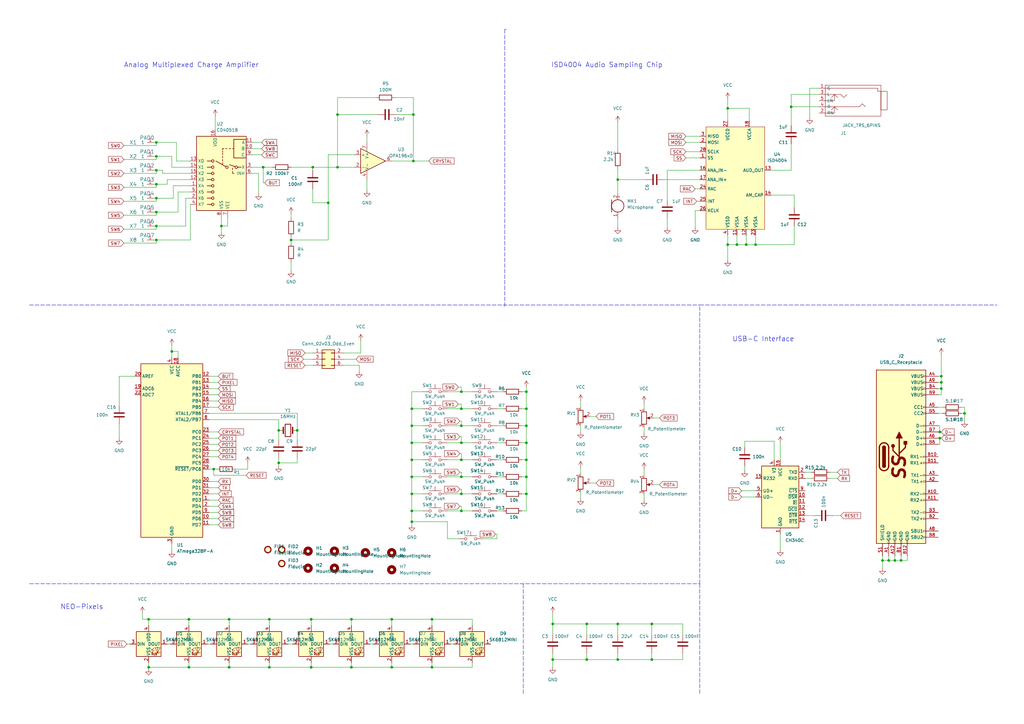
<source format=kicad_sch>
(kicad_sch (version 20211123) (generator eeschema)
  (paper "A3")
  (junction (at 240.665 255.905))
  (junction (at 138.43 46.99))
  (junction (at 361.95 229.87))
  (junction (at 168.91 181.61))
  (junction (at 189.23 174.625))
  (junction (at 64.135 75.565))
  (junction (at 168.91 202.565))
  (junction (at 168.91 209.55))
  (junction (at 64.135 92.71))
  (junction (at 189.23 167.64))
  (junction (at 385.445 179.705))
  (junction (at 119.38 98.425))
  (junction (at 64.135 98.425))
  (junction (at 64.135 58.42))
  (junction (at 226.695 270.51))
  (junction (at 215.9 160.655))
  (junction (at 177.165 273.685))
  (junction (at 121.92 176.53))
  (junction (at 93.98 254))
  (junction (at 215.9 167.64))
  (junction (at 189.23 202.565))
  (junction (at 386.08 159.385))
  (junction (at 177.165 254))
  (junction (at 144.145 254))
  (junction (at 144.145 273.685))
  (junction (at 215.9 202.565))
  (junction (at 215.9 195.58))
  (junction (at 240.665 270.51))
  (junction (at 93.98 273.685))
  (junction (at 87.63 192.405))
  (junction (at 306.07 100.33))
  (junction (at 367.03 229.87))
  (junction (at 189.23 181.61))
  (junction (at 364.49 229.87))
  (junction (at 369.57 229.87))
  (junction (at 64.135 86.995))
  (junction (at 226.695 255.905))
  (junction (at 395.605 169.545))
  (junction (at 267.335 255.905))
  (junction (at 189.23 188.595))
  (junction (at 189.23 195.58))
  (junction (at 128.27 68.58))
  (junction (at 253.365 270.51))
  (junction (at 253.365 73.66))
  (junction (at 64.135 81.28))
  (junction (at 168.91 213.995))
  (junction (at 215.9 181.61))
  (junction (at 77.47 273.685))
  (junction (at 168.91 167.64))
  (junction (at 215.9 174.625))
  (junction (at 309.88 100.33))
  (junction (at 386.08 154.305))
  (junction (at 134.62 83.185))
  (junction (at 385.445 177.165))
  (junction (at 302.26 100.33))
  (junction (at 60.96 254))
  (junction (at 189.23 160.655))
  (junction (at 90.805 92.71))
  (junction (at 60.96 273.685))
  (junction (at 189.23 209.55))
  (junction (at 160.655 254))
  (junction (at 215.9 188.595))
  (junction (at 169.545 66.04))
  (junction (at 127.635 273.685))
  (junction (at 107.95 68.58))
  (junction (at 386.08 156.845))
  (junction (at 169.545 46.99))
  (junction (at 298.45 44.45))
  (junction (at 114.3 189.865))
  (junction (at 110.49 273.685))
  (junction (at 168.91 195.58))
  (junction (at 110.49 254))
  (junction (at 70.485 144.145))
  (junction (at 64.135 69.85))
  (junction (at 267.335 270.51))
  (junction (at 64.135 64.135))
  (junction (at 324.485 43.815))
  (junction (at 298.45 100.33))
  (junction (at 168.91 174.625))
  (junction (at 127.635 254))
  (junction (at 168.91 188.595))
  (junction (at 160.655 273.685))
  (junction (at 253.365 255.905))
  (junction (at 114.3 176.53))
  (junction (at 77.47 254))
  (junction (at 138.43 68.58))
  (wire (pts (xy 85.725 192.405) (xy 87.63 192.405)))
  (wire (pts (xy 169.545 40.005) (xy 169.545 46.99)))
  (wire (pts (xy 386.08 156.845) (xy 386.08 159.385)))
  (wire (pts (xy 85.725 161.925) (xy 89.535 161.925)))
  (wire (pts (xy 384.81 179.705) (xy 385.445 179.705)))
  (wire (pts (xy 215.9 174.625) (xy 213.995 174.625)))
  (wire (pts (xy 341.63 211.455) (xy 344.805 211.455)))
  (wire (pts (xy 177.165 273.685) (xy 160.655 273.685)))
  (wire (pts (xy 215.9 167.64) (xy 213.995 167.64)))
  (wire (pts (xy 161.925 40.005) (xy 169.545 40.005)))
  (wire (pts (xy 144.145 254) (xy 144.145 256.54)))
  (wire (pts (xy 107.95 68.58) (xy 111.76 68.58)))
  (wire (pts (xy 306.07 96.52) (xy 306.07 100.33)))
  (wire (pts (xy 168.275 264.16) (xy 169.545 264.16)))
  (wire (pts (xy 168.91 181.61) (xy 168.91 174.625)))
  (wire (pts (xy 85.725 187.325) (xy 89.535 187.325)))
  (wire (pts (xy 64.135 98.425) (xy 62.865 98.425)))
  (polyline (pts (xy 287.02 125.095) (xy 408.94 125.095)))
  (wire (pts (xy 187.96 158.75) (xy 189.23 158.75)))
  (wire (pts (xy 215.9 195.58) (xy 215.9 202.565)))
  (wire (pts (xy 93.98 254) (xy 110.49 254)))
  (wire (pts (xy 64.135 75.565) (xy 68.58 75.565)))
  (wire (pts (xy 119.38 107.315) (xy 119.38 111.125)))
  (wire (pts (xy 85.09 264.16) (xy 86.36 264.16)))
  (wire (pts (xy 85.725 215.265) (xy 89.535 215.265)))
  (wire (pts (xy 183.515 195.58) (xy 189.23 195.58)))
  (wire (pts (xy 241.935 170.815) (xy 244.475 170.815)))
  (wire (pts (xy 324.485 38.735) (xy 324.485 43.815)))
  (wire (pts (xy 70.485 141.605) (xy 70.485 144.145)))
  (wire (pts (xy 85.725 202.565) (xy 89.535 202.565)))
  (wire (pts (xy 50.8 71.12) (xy 64.135 71.12)))
  (wire (pts (xy 48.895 166.37) (xy 48.895 154.305)))
  (wire (pts (xy 90.805 88.9) (xy 90.805 92.71)))
  (wire (pts (xy 85.725 207.645) (xy 89.535 207.645)))
  (wire (pts (xy 305.435 180.975) (xy 305.435 183.515)))
  (wire (pts (xy 267.335 260.35) (xy 267.335 255.905)))
  (wire (pts (xy 50.8 76.835) (xy 64.135 76.835)))
  (wire (pts (xy 395.605 172.72) (xy 395.605 169.545)))
  (wire (pts (xy 150.495 55.88) (xy 150.495 58.42)))
  (wire (pts (xy 168.91 195.58) (xy 173.355 195.58)))
  (wire (pts (xy 64.135 93.98) (xy 64.135 92.71)))
  (wire (pts (xy 226.695 267.97) (xy 226.695 270.51)))
  (wire (pts (xy 253.365 255.905) (xy 240.665 255.905)))
  (wire (pts (xy 395.605 167.005) (xy 394.335 167.005)))
  (polyline (pts (xy 207.01 12.065) (xy 207.645 12.065)))
  (wire (pts (xy 203.835 219.075) (xy 203.835 220.98)))
  (wire (pts (xy 320.04 181.61) (xy 320.04 188.595)))
  (wire (pts (xy 203.835 181.61) (xy 206.375 181.61)))
  (wire (pts (xy 316.23 69.85) (xy 324.485 69.85)))
  (wire (pts (xy 103.505 63.5) (xy 107.315 63.5)))
  (wire (pts (xy 384.81 159.385) (xy 386.08 159.385)))
  (wire (pts (xy 93.98 273.685) (xy 77.47 273.685)))
  (wire (pts (xy 189.23 195.58) (xy 193.675 195.58)))
  (wire (pts (xy 78.105 81.28) (xy 76.2 81.28)))
  (wire (pts (xy 119.38 68.58) (xy 128.27 68.58)))
  (wire (pts (xy 183.515 167.64) (xy 189.23 167.64)))
  (wire (pts (xy 118.11 264.16) (xy 120.015 264.16)))
  (wire (pts (xy 134.62 63.5) (xy 134.62 83.185)))
  (wire (pts (xy 90.805 92.71) (xy 93.345 92.71)))
  (wire (pts (xy 305.435 191.135) (xy 305.435 193.04)))
  (wire (pts (xy 189.23 186.055) (xy 189.23 188.595)))
  (wire (pts (xy 280.035 260.35) (xy 280.035 255.905)))
  (wire (pts (xy 238.125 174.625) (xy 238.125 177.165)))
  (wire (pts (xy 253.365 69.215) (xy 253.365 73.66)))
  (wire (pts (xy 241.935 198.12) (xy 244.475 198.12)))
  (wire (pts (xy 302.26 100.33) (xy 306.07 100.33)))
  (wire (pts (xy 385.445 174.625) (xy 385.445 177.165)))
  (wire (pts (xy 50.8 65.405) (xy 64.135 65.405)))
  (wire (pts (xy 340.36 193.675) (xy 343.535 193.675)))
  (wire (pts (xy 183.515 188.595) (xy 189.23 188.595)))
  (wire (pts (xy 189.23 167.64) (xy 193.675 167.64)))
  (wire (pts (xy 253.365 89.535) (xy 253.365 93.345)))
  (wire (pts (xy 203.835 167.64) (xy 206.375 167.64)))
  (wire (pts (xy 385.445 177.165) (xy 386.08 177.165)))
  (wire (pts (xy 215.9 167.64) (xy 215.9 174.625)))
  (wire (pts (xy 253.365 73.66) (xy 264.795 73.66)))
  (wire (pts (xy 119.38 97.155) (xy 119.38 98.425)))
  (wire (pts (xy 125.095 144.78) (xy 128.27 144.78)))
  (wire (pts (xy 160.655 66.04) (xy 169.545 66.04)))
  (wire (pts (xy 273.685 69.85) (xy 287.02 69.85)))
  (wire (pts (xy 168.91 215.265) (xy 168.91 213.995)))
  (wire (pts (xy 90.805 92.71) (xy 90.805 95.25)))
  (wire (pts (xy 87.63 192.405) (xy 88.9 192.405)))
  (wire (pts (xy 87.63 194.945) (xy 87.63 192.405)))
  (wire (pts (xy 215.9 181.61) (xy 213.995 181.61)))
  (wire (pts (xy 273.685 89.535) (xy 273.685 93.345)))
  (wire (pts (xy 62.865 69.85) (xy 64.135 69.85)))
  (wire (pts (xy 325.755 100.33) (xy 309.88 100.33)))
  (wire (pts (xy 298.45 96.52) (xy 298.45 100.33)))
  (wire (pts (xy 85.725 182.245) (xy 89.535 182.245)))
  (wire (pts (xy 187.96 165.735) (xy 189.23 165.735)))
  (wire (pts (xy 281.305 64.77) (xy 287.02 64.77)))
  (wire (pts (xy 147.32 149.86) (xy 140.97 149.86)))
  (wire (pts (xy 253.365 50.165) (xy 253.365 61.595)))
  (wire (pts (xy 168.91 209.55) (xy 168.91 202.565)))
  (wire (pts (xy 70.485 144.145) (xy 73.025 144.145)))
  (wire (pts (xy 189.23 179.07) (xy 189.23 181.61)))
  (wire (pts (xy 184.785 264.16) (xy 186.055 264.16)))
  (wire (pts (xy 93.98 271.78) (xy 93.98 273.685)))
  (wire (pts (xy 238.125 164.465) (xy 238.125 167.005)))
  (wire (pts (xy 168.91 181.61) (xy 173.355 181.61)))
  (wire (pts (xy 203.2 219.075) (xy 203.835 219.075)))
  (wire (pts (xy 114.3 189.865) (xy 121.92 189.865)))
  (wire (pts (xy 121.92 189.865) (xy 121.92 187.96)))
  (wire (pts (xy 64.135 99.695) (xy 64.135 98.425)))
  (wire (pts (xy 188.595 179.07) (xy 189.23 179.07)))
  (wire (pts (xy 140.97 147.32) (xy 146.05 147.32)))
  (wire (pts (xy 78.105 66.04) (xy 72.39 66.04)))
  (wire (pts (xy 85.725 164.465) (xy 89.535 164.465)))
  (wire (pts (xy 226.695 255.905) (xy 226.695 260.35)))
  (wire (pts (xy 285.75 82.55) (xy 287.02 82.55)))
  (wire (pts (xy 188.595 207.645) (xy 189.23 207.645)))
  (wire (pts (xy 183.515 220.98) (xy 183.515 213.995)))
  (wire (pts (xy 188.595 193.675) (xy 189.23 193.675)))
  (wire (pts (xy 189.23 200.66) (xy 189.23 202.565)))
  (wire (pts (xy 128.27 83.185) (xy 134.62 83.185)))
  (wire (pts (xy 68.58 264.16) (xy 69.85 264.16)))
  (wire (pts (xy 127.635 271.78) (xy 127.635 273.685)))
  (wire (pts (xy 107.95 74.93) (xy 107.95 68.58)))
  (wire (pts (xy 189.23 172.72) (xy 189.23 174.625)))
  (wire (pts (xy 135.255 264.16) (xy 136.525 264.16)))
  (wire (pts (xy 60.96 254) (xy 77.47 254)))
  (wire (pts (xy 168.91 167.64) (xy 168.91 160.655)))
  (wire (pts (xy 85.725 205.105) (xy 89.535 205.105)))
  (wire (pts (xy 147.32 152.4) (xy 147.32 149.86)))
  (wire (pts (xy 127.635 273.685) (xy 110.49 273.685)))
  (wire (pts (xy 215.9 188.595) (xy 215.9 195.58)))
  (wire (pts (xy 168.91 209.55) (xy 173.355 209.55)))
  (wire (pts (xy 215.9 202.565) (xy 215.9 209.55)))
  (wire (pts (xy 364.49 227.965) (xy 364.49 229.87)))
  (wire (pts (xy 50.8 93.98) (xy 64.135 93.98)))
  (wire (pts (xy 285.115 77.47) (xy 287.02 77.47)))
  (wire (pts (xy 62.865 81.28) (xy 64.135 81.28)))
  (wire (pts (xy 384.81 182.245) (xy 385.445 182.245)))
  (wire (pts (xy 85.725 179.705) (xy 89.535 179.705)))
  (wire (pts (xy 320.04 219.075) (xy 320.04 225.425)))
  (wire (pts (xy 88.265 47.625) (xy 88.265 53.34)))
  (wire (pts (xy 64.135 64.135) (xy 70.485 64.135)))
  (wire (pts (xy 272.415 73.66) (xy 287.02 73.66)))
  (wire (pts (xy 85.725 159.385) (xy 89.535 159.385)))
  (wire (pts (xy 280.035 255.905) (xy 267.335 255.905)))
  (wire (pts (xy 330.2 193.675) (xy 332.74 193.675)))
  (wire (pts (xy 215.9 181.61) (xy 215.9 188.595)))
  (wire (pts (xy 183.515 213.995) (xy 168.91 213.995)))
  (wire (pts (xy 189.23 174.625) (xy 193.675 174.625)))
  (wire (pts (xy 189.23 209.55) (xy 193.675 209.55)))
  (wire (pts (xy 114.3 172.085) (xy 114.3 176.53)))
  (wire (pts (xy 70.485 144.145) (xy 70.485 146.685)))
  (wire (pts (xy 188.595 172.72) (xy 189.23 172.72)))
  (wire (pts (xy 64.135 82.55) (xy 64.135 81.28)))
  (wire (pts (xy 281.305 62.23) (xy 287.02 62.23)))
  (wire (pts (xy 150.495 73.66) (xy 150.495 78.105)))
  (wire (pts (xy 110.49 254) (xy 127.635 254)))
  (wire (pts (xy 72.39 58.42) (xy 64.135 58.42)))
  (wire (pts (xy 226.695 270.51) (xy 240.665 270.51)))
  (wire (pts (xy 147.955 139.7) (xy 147.955 144.78)))
  (wire (pts (xy 215.9 160.655) (xy 213.995 160.655)))
  (wire (pts (xy 267.335 255.905) (xy 253.365 255.905)))
  (wire (pts (xy 168.91 174.625) (xy 173.355 174.625)))
  (wire (pts (xy 367.03 229.87) (xy 369.57 229.87)))
  (wire (pts (xy 168.91 213.995) (xy 168.91 209.55)))
  (wire (pts (xy 64.135 59.69) (xy 64.135 58.42)))
  (wire (pts (xy 168.91 188.595) (xy 168.91 181.61)))
  (wire (pts (xy 73.025 86.995) (xy 73.025 78.74)))
  (wire (pts (xy 240.665 270.51) (xy 253.365 270.51)))
  (wire (pts (xy 324.485 43.815) (xy 335.915 43.815)))
  (wire (pts (xy 280.035 270.51) (xy 280.035 267.97)))
  (wire (pts (xy 62.865 64.135) (xy 64.135 64.135)))
  (wire (pts (xy 203.835 174.625) (xy 206.375 174.625)))
  (wire (pts (xy 72.39 66.04) (xy 72.39 58.42)))
  (wire (pts (xy 73.025 144.145) (xy 73.025 146.685)))
  (wire (pts (xy 369.57 229.87) (xy 372.11 229.87)))
  (wire (pts (xy 124.46 147.32) (xy 128.27 147.32)))
  (wire (pts (xy 100.965 194.945) (xy 87.63 194.945)))
  (wire (pts (xy 144.145 273.685) (xy 127.635 273.685)))
  (wire (pts (xy 134.62 83.185) (xy 134.62 98.425)))
  (wire (pts (xy 128.27 68.58) (xy 128.27 69.85)))
  (wire (pts (xy 325.755 80.01) (xy 325.755 85.09)))
  (wire (pts (xy 298.45 100.33) (xy 298.45 106.68)))
  (wire (pts (xy 127.635 254) (xy 144.145 254)))
  (wire (pts (xy 138.43 40.005) (xy 154.305 40.005)))
  (wire (pts (xy 317.5 188.595) (xy 317.5 180.975)))
  (wire (pts (xy 189.23 188.595) (xy 193.675 188.595)))
  (wire (pts (xy 76.2 92.71) (xy 64.135 92.71)))
  (wire (pts (xy 48.895 173.99) (xy 48.895 179.705)))
  (wire (pts (xy 64.135 69.85) (xy 66.675 69.85)))
  (wire (pts (xy 188.595 186.055) (xy 189.23 186.055)))
  (wire (pts (xy 215.9 202.565) (xy 213.995 202.565)))
  (wire (pts (xy 96.52 192.405) (xy 101.6 192.405)))
  (wire (pts (xy 64.135 86.995) (xy 73.025 86.995)))
  (wire (pts (xy 189.23 202.565) (xy 193.675 202.565)))
  (wire (pts (xy 85.725 156.845) (xy 89.535 156.845)))
  (wire (pts (xy 304.165 203.835) (xy 309.88 203.835)))
  (wire (pts (xy 369.57 227.965) (xy 369.57 229.87)))
  (wire (pts (xy 68.58 73.66) (xy 78.105 73.66)))
  (wire (pts (xy 240.665 260.35) (xy 240.665 255.905)))
  (wire (pts (xy 240.665 270.51) (xy 240.665 267.97)))
  (wire (pts (xy 85.725 212.725) (xy 89.535 212.725)))
  (wire (pts (xy 364.49 229.87) (xy 367.03 229.87)))
  (wire (pts (xy 304.165 201.295) (xy 309.88 201.295)))
  (wire (pts (xy 281.305 55.88) (xy 287.02 55.88)))
  (wire (pts (xy 85.725 200.025) (xy 89.535 200.025)))
  (wire (pts (xy 264.16 175.26) (xy 264.16 177.8)))
  (wire (pts (xy 189.23 207.645) (xy 189.23 209.55)))
  (wire (pts (xy 114.3 187.96) (xy 114.3 189.865)))
  (wire (pts (xy 385.445 179.705) (xy 385.445 182.245)))
  (wire (pts (xy 384.81 156.845) (xy 386.08 156.845)))
  (wire (pts (xy 309.88 100.33) (xy 309.88 96.52)))
  (wire (pts (xy 177.165 254) (xy 177.165 256.54)))
  (wire (pts (xy 203.835 202.565) (xy 206.375 202.565)))
  (wire (pts (xy 138.43 46.99) (xy 138.43 68.58)))
  (wire (pts (xy 168.91 160.655) (xy 173.355 160.655)))
  (wire (pts (xy 66.675 69.85) (xy 66.675 71.12)))
  (wire (pts (xy 147.955 144.78) (xy 140.97 144.78)))
  (wire (pts (xy 78.105 83.82) (xy 78.105 98.425)))
  (wire (pts (xy 183.515 220.98) (xy 187.96 220.98)))
  (wire (pts (xy 189.23 160.655) (xy 193.675 160.655)))
  (wire (pts (xy 306.07 100.33) (xy 309.88 100.33)))
  (wire (pts (xy 103.505 68.58) (xy 107.95 68.58)))
  (wire (pts (xy 119.38 98.425) (xy 119.38 99.695)))
  (wire (pts (xy 162.56 46.99) (xy 169.545 46.99)))
  (wire (pts (xy 253.365 270.51) (xy 253.365 267.97)))
  (wire (pts (xy 168.91 167.64) (xy 173.355 167.64)))
  (wire (pts (xy 215.9 158.75) (xy 215.9 160.655)))
  (wire (pts (xy 226.695 251.46) (xy 226.695 255.905)))
  (polyline (pts (xy 287.02 239.395) (xy 287.02 284.48)))
  (wire (pts (xy 101.6 192.405) (xy 101.6 189.865)))
  (wire (pts (xy 264.16 192.405) (xy 264.16 194.945)))
  (wire (pts (xy 85.725 197.485) (xy 89.535 197.485)))
  (wire (pts (xy 52.07 264.16) (xy 53.34 264.16)))
  (wire (pts (xy 330.2 211.455) (xy 334.01 211.455)))
  (polyline (pts (xy 12.065 239.395) (xy 287.02 239.395)))
  (wire (pts (xy 384.81 169.545) (xy 386.715 169.545)))
  (wire (pts (xy 302.26 100.33) (xy 302.26 96.52)))
  (wire (pts (xy 386.08 159.385) (xy 386.08 161.925)))
  (wire (pts (xy 58.42 251.46) (xy 58.42 254)))
  (wire (pts (xy 273.685 81.915) (xy 273.685 69.85)))
  (wire (pts (xy 121.92 176.53) (xy 121.92 180.34)))
  (polyline (pts (xy 287.02 239.395) (xy 287.02 125.095)))
  (wire (pts (xy 386.08 145.415) (xy 386.08 154.305)))
  (wire (pts (xy 125.095 149.86) (xy 128.27 149.86)))
  (wire (pts (xy 110.49 273.685) (xy 93.98 273.685)))
  (wire (pts (xy 50.8 82.55) (xy 64.135 82.55)))
  (wire (pts (xy 168.91 195.58) (xy 168.91 188.595)))
  (polyline (pts (xy 207.01 125.73) (xy 207.01 12.065)))
  (wire (pts (xy 394.335 169.545) (xy 395.605 169.545)))
  (wire (pts (xy 188.595 200.66) (xy 189.23 200.66)))
  (wire (pts (xy 298.45 44.45) (xy 298.45 49.53)))
  (wire (pts (xy 58.42 254) (xy 60.96 254)))
  (wire (pts (xy 298.45 44.45) (xy 307.34 44.45)))
  (wire (pts (xy 138.43 68.58) (xy 145.415 68.58)))
  (wire (pts (xy 70.485 68.58) (xy 78.105 68.58)))
  (wire (pts (xy 160.655 273.685) (xy 144.145 273.685)))
  (wire (pts (xy 169.545 46.99) (xy 169.545 66.04)))
  (wire (pts (xy 64.135 65.405) (xy 64.135 64.135)))
  (wire (pts (xy 361.95 233.045) (xy 361.95 229.87)))
  (wire (pts (xy 253.365 270.51) (xy 267.335 270.51)))
  (wire (pts (xy 189.23 181.61) (xy 193.675 181.61)))
  (wire (pts (xy 281.305 58.42) (xy 287.02 58.42)))
  (wire (pts (xy 62.865 75.565) (xy 64.135 75.565)))
  (wire (pts (xy 177.165 271.78) (xy 177.165 273.685)))
  (wire (pts (xy 238.125 201.93) (xy 238.125 204.47)))
  (wire (pts (xy 193.675 271.78) (xy 193.675 273.685)))
  (wire (pts (xy 384.81 154.305) (xy 386.08 154.305)))
  (wire (pts (xy 50.8 59.69) (xy 64.135 59.69)))
  (wire (pts (xy 384.81 167.005) (xy 386.715 167.005)))
  (wire (pts (xy 68.58 75.565) (xy 68.58 73.66)))
  (wire (pts (xy 203.835 188.595) (xy 206.375 188.595)))
  (wire (pts (xy 103.505 60.96) (xy 107.315 60.96)))
  (wire (pts (xy 160.655 254) (xy 177.165 254)))
  (wire (pts (xy 169.545 66.04) (xy 175.895 66.04)))
  (wire (pts (xy 215.9 160.655) (xy 215.9 167.64)))
  (wire (pts (xy 64.135 58.42) (xy 62.865 58.42)))
  (wire (pts (xy 85.725 172.085) (xy 114.3 172.085)))
  (wire (pts (xy 128.27 68.58) (xy 138.43 68.58)))
  (wire (pts (xy 60.96 271.78) (xy 60.96 273.685)))
  (wire (pts (xy 238.125 191.77) (xy 238.125 194.31)))
  (wire (pts (xy 85.725 169.545) (xy 121.92 169.545)))
  (wire (pts (xy 121.92 169.545) (xy 121.92 176.53)))
  (wire (pts (xy 285.115 86.36) (xy 287.02 86.36)))
  (wire (pts (xy 193.675 273.685) (xy 177.165 273.685)))
  (wire (pts (xy 168.91 202.565) (xy 173.355 202.565)))
  (wire (pts (xy 77.47 254) (xy 77.47 256.54)))
  (wire (pts (xy 108.585 74.93) (xy 107.95 74.93)))
  (wire (pts (xy 66.675 71.12) (xy 78.105 71.12)))
  (wire (pts (xy 240.665 255.905) (xy 226.695 255.905)))
  (wire (pts (xy 193.675 254) (xy 193.675 256.54)))
  (wire (pts (xy 114.3 176.53) (xy 114.3 180.34)))
  (wire (pts (xy 168.91 174.625) (xy 168.91 167.64)))
  (wire (pts (xy 151.765 264.16) (xy 153.035 264.16)))
  (wire (pts (xy 70.485 64.135) (xy 70.485 68.58)))
  (wire (pts (xy 325.755 92.71) (xy 325.755 100.33)))
  (wire (pts (xy 103.505 71.12) (xy 106.045 71.12)))
  (wire (pts (xy 215.9 188.595) (xy 213.995 188.595)))
  (wire (pts (xy 103.505 58.42) (xy 107.315 58.42)))
  (wire (pts (xy 183.515 174.625) (xy 189.23 174.625)))
  (wire (pts (xy 70.485 222.885) (xy 70.485 226.06)))
  (wire (pts (xy 119.38 87.63) (xy 119.38 89.535)))
  (wire (pts (xy 160.655 254) (xy 160.655 256.54)))
  (wire (pts (xy 330.2 196.215) (xy 332.74 196.215)))
  (wire (pts (xy 317.5 180.975) (xy 305.435 180.975)))
  (wire (pts (xy 183.515 160.655) (xy 189.23 160.655)))
  (wire (pts (xy 160.655 271.78) (xy 160.655 273.685)))
  (wire (pts (xy 76.2 81.28) (xy 76.2 92.71)))
  (wire (pts (xy 60.96 254) (xy 60.96 256.54)))
  (wire (pts (xy 395.605 169.545) (xy 395.605 167.005)))
  (wire (pts (xy 71.12 76.2) (xy 78.105 76.2)))
  (wire (pts (xy 367.03 227.965) (xy 367.03 229.87)))
  (wire (pts (xy 138.43 46.99) (xy 138.43 40.005)))
  (wire (pts (xy 183.515 209.55) (xy 189.23 209.55)))
  (wire (pts (xy 145.415 63.5) (xy 134.62 63.5)))
  (wire (pts (xy 267.335 270.51) (xy 267.335 267.97)))
  (wire (pts (xy 215.9 209.55) (xy 213.995 209.55)))
  (wire (pts (xy 340.36 196.215) (xy 343.535 196.215)))
  (wire (pts (xy 85.725 177.165) (xy 89.535 177.165)))
  (wire (pts (xy 215.9 174.625) (xy 215.9 181.61)))
  (wire (pts (xy 144.145 271.78) (xy 144.145 273.685)))
  (wire (pts (xy 298.45 100.33) (xy 302.26 100.33)))
  (wire (pts (xy 267.335 270.51) (xy 280.035 270.51)))
  (wire (pts (xy 203.835 209.55) (xy 206.375 209.55)))
  (wire (pts (xy 50.8 99.695) (xy 64.135 99.695)))
  (wire (pts (xy 189.23 193.675) (xy 189.23 195.58)))
  (wire (pts (xy 93.98 254) (xy 93.98 256.54)))
  (wire (pts (xy 93.345 88.9) (xy 93.345 92.71)))
  (wire (pts (xy 332.105 48.26) (xy 332.105 36.195)))
  (wire (pts (xy 189.23 165.735) (xy 189.23 167.64)))
  (wire (pts (xy 138.43 46.99) (xy 154.94 46.99)))
  (wire (pts (xy 361.95 227.965) (xy 361.95 229.87)))
  (polyline (pts (xy 214.63 239.395) (xy 214.63 284.48)))
  (wire (pts (xy 324.485 59.055) (xy 324.485 69.85)))
  (wire (pts (xy 85.725 167.005) (xy 89.535 167.005)))
  (wire (pts (xy 127.635 254) (xy 127.635 256.54)))
  (wire (pts (xy 64.135 71.12) (xy 64.135 69.85)))
  (wire (pts (xy 85.725 184.785) (xy 89.535 184.785)))
  (wire (pts (xy 316.23 80.01) (xy 325.755 80.01)))
  (wire (pts (xy 177.165 254) (xy 193.675 254)))
  (wire (pts (xy 372.11 229.87) (xy 372.11 227.965)))
  (wire (pts (xy 73.025 78.74) (xy 78.105 78.74)))
  (wire (pts (xy 198.12 220.98) (xy 203.835 220.98)))
  (wire (pts (xy 183.515 202.565) (xy 189.23 202.565)))
  (wire (pts (xy 203.835 160.655) (xy 206.375 160.655)))
  (wire (pts (xy 71.12 81.28) (xy 71.12 76.2)))
  (wire (pts (xy 168.91 202.565) (xy 168.91 195.58)))
  (wire (pts (xy 144.145 254) (xy 160.655 254)))
  (wire (pts (xy 119.38 98.425) (xy 134.62 98.425)))
  (wire (pts (xy 101.6 264.16) (xy 102.87 264.16)))
  (wire (pts (xy 335.915 38.735) (xy 324.485 38.735)))
  (wire (pts (xy 285.115 93.345) (xy 285.115 86.36)))
  (wire (pts (xy 64.135 92.71) (xy 62.865 92.71)))
  (wire (pts (xy 78.105 98.425) (xy 64.135 98.425)))
  (wire (pts (xy 361.95 229.87) (xy 364.49 229.87)))
  (polyline (pts (xy 12.065 125.095) (xy 287.02 125.095)))
  (wire (pts (xy 64.135 88.265) (xy 64.135 86.995)))
  (wire (pts (xy 384.81 177.165) (xy 385.445 177.165)))
  (wire (pts (xy 48.895 154.305) (xy 55.245 154.305)))
  (wire (pts (xy 385.445 179.705) (xy 386.08 179.705)))
  (wire (pts (xy 307.34 44.45) (xy 307.34 49.53)))
  (wire (pts (xy 50.8 88.265) (xy 64.135 88.265)))
  (wire (pts (xy 264.16 165.1) (xy 264.16 167.64)))
  (wire (pts (xy 85.725 210.185) (xy 89.535 210.185)))
  (wire (pts (xy 267.97 171.45) (xy 270.51 171.45)))
  (wire (pts (xy 62.865 86.995) (xy 64.135 86.995)))
  (wire (pts (xy 189.23 158.75) (xy 189.23 160.655)))
  (wire (pts (xy 253.365 260.35) (xy 253.365 255.905)))
  (wire (pts (xy 77.47 254) (xy 93.98 254)))
  (wire (pts (xy 183.515 181.61) (xy 189.23 181.61)))
  (wire (pts (xy 64.135 76.835) (xy 64.135 75.565)))
  (wire (pts (xy 114.3 189.865) (xy 114.3 191.135)))
  (wire (pts (xy 226.695 270.51) (xy 226.695 273.685)))
  (wire (pts (xy 332.105 36.195) (xy 335.915 36.195)))
  (wire (pts (xy 106.045 71.12) (xy 106.045 79.375)))
  (wire (pts (xy 168.91 188.595) (xy 173.355 188.595)))
  (wire (pts (xy 384.81 174.625) (xy 385.445 174.625)))
  (wire (pts (xy 267.97 198.755) (xy 270.51 198.755)))
  (wire (pts (xy 386.08 154.305) (xy 386.08 156.845)))
  (wire (pts (xy 264.16 202.565) (xy 264.16 205.105)))
  (wire (pts (xy 77.47 271.78) (xy 77.47 273.685)))
  (wire (pts (xy 215.9 195.58) (xy 213.995 195.58)))
  (wire (pts (xy 77.47 273.685) (xy 60.96 273.685)))
  (wire (pts (xy 60.96 273.685) (xy 60.96 274.32)))
  (wire (pts (xy 298.45 40.64) (xy 298.45 44.45)))
  (wire (pts (xy 85.725 154.305) (xy 89.535 154.305)))
  (wire (pts (xy 110.49 254) (xy 110.49 256.54)))
  (wire (pts (xy 253.365 73.66) (xy 253.365 79.375)))
  (wire (pts (xy 203.835 195.58) (xy 206.375 195.58)))
  (wire (pts (xy 64.135 81.28) (xy 71.12 81.28)))
  (wire (pts (xy 324.485 43.815) (xy 324.485 51.435)))
  (wire (pts (xy 386.08 161.925) (xy 384.81 161.925)))
  (wire (pts (xy 128.27 77.47) (xy 128.27 83.185)))
  (wire (pts (xy 110.49 271.78) (xy 110.49 273.685)))
  (text "Analog Multiplexed Charge Amplifier" (at 50.8 27.94 0) (effects (font (size 2 2)) (justify left bottom)))
  (text "NEO-Pixels" (at 24.765 250.19 0) (effects (font (size 2 2)) (justify left bottom)))
  (text "ISD4004 Audio Sampling Chip\n" (at 226.06 27.94 0) (effects (font (size 2 2)) (justify left bottom)))
  (text "USB-C Interface" (at 300.355 140.335 0) (effects (font (size 2 2)) (justify left bottom)))
  (global_label "SWA" (shape input) (at 107.315 58.42 0) (property "Intersheet References" "${INTERSHEET_REFS}" (effects hide)))
  (global_label "MOSI" (shape input) (at 281.305 58.42 180) (property "Intersheet References" "${INTERSHEET_REFS}" (effects hide)))
  (global_label "RESET" (shape input) (at 125.095 149.86 180) (property "Intersheet References" "${INTERSHEET_REFS}" (effects hide)))
  (global_label "SW0" (shape input) (at 187.96 158.75 180) (property "Intersheet References" "${INTERSHEET_REFS}" (effects hide)))
  (global_label "MISO" (shape input) (at 125.095 144.78 180) (property "Intersheet References" "${INTERSHEET_REFS}" (effects hide)))
  (global_label "SW2" (shape input) (at 188.595 172.72 180) (property "Intersheet References" "${INTERSHEET_REFS}" (effects hide)))
  (global_label "INT" (shape input) (at 89.535 202.565 0) (property "Intersheet References" "${INTERSHEET_REFS}" (effects hide)))
  (global_label "SW1" (shape input) (at 187.96 165.735 180) (property "Intersheet References" "${INTERSHEET_REFS}" (effects hide)))
  (global_label "SW8" (shape input) (at 89.535 215.265 0) (property "Intersheet References" "${INTERSHEET_REFS}" (effects hide)))
  (global_label "SW0" (shape input) (at 50.8 59.69 180) (property "Intersheet References" "${INTERSHEET_REFS}" (effects hide)))
  (global_label "SCK" (shape input) (at 124.46 147.32 180) (property "Intersheet References" "${INTERSHEET_REFS}" (effects hide)))
  (global_label "MISO" (shape input) (at 89.535 164.465 0) (property "Intersheet References" "${INTERSHEET_REFS}" (effects hide)))
  (global_label "SWC" (shape input) (at 107.315 63.5 0) (property "Intersheet References" "${INTERSHEET_REFS}" (effects hide)))
  (global_label "SW3" (shape input) (at 50.8 76.835 180) (property "Intersheet References" "${INTERSHEET_REFS}" (effects hide)))
  (global_label "RESET" (shape input) (at 344.805 211.455 0) (property "Intersheet References" "${INTERSHEET_REFS}" (effects hide)))
  (global_label "SS" (shape input) (at 281.305 64.77 180) (property "Intersheet References" "${INTERSHEET_REFS}" (effects hide)))
  (global_label "POT3" (shape input) (at 89.535 184.785 0) (property "Intersheet References" "${INTERSHEET_REFS}" (effects hide)))
  (global_label "PIXEL" (shape input) (at 52.07 264.16 180) (property "Intersheet References" "${INTERSHEET_REFS}" (effects hide)))
  (global_label "POT2" (shape input) (at 89.535 182.245 0) (property "Intersheet References" "${INTERSHEET_REFS}" (effects hide)))
  (global_label "SWB" (shape input) (at 89.535 210.185 0) (property "Intersheet References" "${INTERSHEET_REFS}" (effects hide)))
  (global_label "MISO" (shape input) (at 281.305 55.88 180) (property "Intersheet References" "${INTERSHEET_REFS}" (effects hide)))
  (global_label "RX" (shape input) (at 89.535 197.485 0) (property "Intersheet References" "${INTERSHEET_REFS}" (effects hide)))
  (global_label "BUT" (shape input) (at 108.585 74.93 0) (property "Intersheet References" "${INTERSHEET_REFS}" (effects hide)))
  (global_label "SS" (shape input) (at 89.535 159.385 0) (property "Intersheet References" "${INTERSHEET_REFS}" (effects hide)))
  (global_label "SCK" (shape input) (at 89.535 167.005 0) (property "Intersheet References" "${INTERSHEET_REFS}" (effects hide)))
  (global_label "SW6" (shape input) (at 188.595 200.66 180) (property "Intersheet References" "${INTERSHEET_REFS}" (effects hide)))
  (global_label "POT1" (shape input) (at 244.475 170.815 0) (property "Intersheet References" "${INTERSHEET_REFS}" (effects hide)))
  (global_label "MOSI" (shape input) (at 89.535 161.925 0) (property "Intersheet References" "${INTERSHEET_REFS}" (effects hide)))
  (global_label "CRYSTAL" (shape input) (at 89.535 177.165 0) (property "Intersheet References" "${INTERSHEET_REFS}" (effects hide)))
  (global_label "INT" (shape input) (at 285.75 82.55 180) (property "Intersheet References" "${INTERSHEET_REFS}" (effects hide)))
  (global_label "SCK" (shape input) (at 281.305 62.23 180) (property "Intersheet References" "${INTERSHEET_REFS}" (effects hide)))
  (global_label "SW8" (shape input) (at 203.2 219.075 180) (property "Intersheet References" "${INTERSHEET_REFS}" (effects hide)))
  (global_label "TX" (shape input) (at 343.535 193.675 0) (property "Intersheet References" "${INTERSHEET_REFS}" (effects hide)))
  (global_label "POT3" (shape input) (at 270.51 171.45 0) (property "Intersheet References" "${INTERSHEET_REFS}" (effects hide)))
  (global_label "BUT" (shape input) (at 89.535 154.305 0) (property "Intersheet References" "${INTERSHEET_REFS}" (effects hide)))
  (global_label "SWB" (shape input) (at 107.315 60.96 0) (property "Intersheet References" "${INTERSHEET_REFS}" (effects hide)))
  (global_label "D+" (shape input) (at 304.165 201.295 180) (property "Intersheet References" "${INTERSHEET_REFS}" (effects hide)))
  (global_label "SW3" (shape input) (at 188.595 179.07 180) (property "Intersheet References" "${INTERSHEET_REFS}" (effects hide)))
  (global_label "D-" (shape input) (at 386.08 177.165 0) (property "Intersheet References" "${INTERSHEET_REFS}" (effects hide)))
  (global_label "SW4" (shape input) (at 188.595 186.055 180) (property "Intersheet References" "${INTERSHEET_REFS}" (effects hide)))
  (global_label "RX" (shape input) (at 343.535 196.215 0) (property "Intersheet References" "${INTERSHEET_REFS}" (effects hide)))
  (global_label "SW4" (shape input) (at 50.8 82.55 180) (property "Intersheet References" "${INTERSHEET_REFS}" (effects hide)))
  (global_label "SW2" (shape input) (at 50.8 71.12 180) (property "Intersheet References" "${INTERSHEET_REFS}" (effects hide)))
  (global_label "SWC" (shape input) (at 89.535 212.725 0) (property "Intersheet References" "${INTERSHEET_REFS}" (effects hide)))
  (global_label "SW5" (shape input) (at 188.595 193.675 180) (property "Intersheet References" "${INTERSHEET_REFS}" (effects hide)))
  (global_label "MOSI" (shape input) (at 146.05 147.32 0) (property "Intersheet References" "${INTERSHEET_REFS}" (effects hide)))
  (global_label "POT4" (shape input) (at 89.535 187.325 0) (property "Intersheet References" "${INTERSHEET_REFS}" (effects hide)))
  (global_label "POT2" (shape input) (at 244.475 198.12 0) (property "Intersheet References" "${INTERSHEET_REFS}" (effects hide)))
  (global_label "RAC" (shape input) (at 89.535 205.105 0) (property "Intersheet References" "${INTERSHEET_REFS}" (effects hide)))
  (global_label "PIXEL" (shape input) (at 89.535 156.845 0) (property "Intersheet References" "${INTERSHEET_REFS}" (effects hide)))
  (global_label "SW7" (shape input) (at 188.595 207.645 180) (property "Intersheet References" "${INTERSHEET_REFS}" (effects hide)))
  (global_label "RAC" (shape input) (at 285.115 77.47 180) (property "Intersheet References" "${INTERSHEET_REFS}" (effects hide)))
  (global_label "SW1" (shape input) (at 50.8 65.405 180) (property "Intersheet References" "${INTERSHEET_REFS}" (effects hide)))
  (global_label "D-" (shape input) (at 304.165 203.835 180) (property "Intersheet References" "${INTERSHEET_REFS}" (effects hide)))
  (global_label "POT4" (shape input) (at 270.51 198.755 0) (property "Intersheet References" "${INTERSHEET_REFS}" (effects hide)))
  (global_label "POT1" (shape input) (at 89.535 179.705 0) (property "Intersheet References" "${INTERSHEET_REFS}" (effects hide)))
  (global_label "SWA" (shape input) (at 89.535 207.645 0) (property "Intersheet References" "${INTERSHEET_REFS}" (effects hide)))
  (global_label "CRYSTAL" (shape input) (at 175.895 66.04 0) (property "Intersheet References" "${INTERSHEET_REFS}" (effects hide)))
  (global_label "SW5" (shape input) (at 50.8 88.265 180) (property "Intersheet References" "${INTERSHEET_REFS}" (effects hide)))
  (global_label "SW6" (shape input) (at 50.8 93.98 180) (property "Intersheet References" "${INTERSHEET_REFS}" (effects hide)))
  (global_label "D+" (shape input) (at 386.08 179.705 0) (property "Intersheet References" "${INTERSHEET_REFS}" (effects hide)))
  (global_label "RESET" (shape input) (at 100.965 194.945 0) (property "Intersheet References" "${INTERSHEET_REFS}" (effects hide)))
  (global_label "TX" (shape input) (at 89.535 200.025 0) (property "Intersheet References" "${INTERSHEET_REFS}" (effects hide)))
  (global_label "SW7" (shape input) (at 50.8 99.695 180) (property "Intersheet References" "${INTERSHEET_REFS}" (effects hide)))
  (symbol (lib_id "power:GND") (at 253.365 93.345 0) (unit 1)
    (property "Reference" "#PWR0104" (effects hide))
    (property "Value" "GND" (at 253.365 98.425 0))
  )
  (symbol (lib_id "Device:R") (at 158.115 40.005 90) (unit 1)
    (property "Reference" "R5" (at 158.115 34.29 90))
    (property "Value" "100M" (at 158.115 36.83 90))
    (property "Footprint" "Resistor_SMD:R_0805_2012Metric" (effects hide))
  )
  (symbol (lib_id "Device:C") (at 128.27 73.66 180) (unit 1)
    (property "Reference" "C1" (at 119.38 73.025 0) (effects (justify right)))
    (property "Value" "100nF" (at 118.11 75.565 0) (effects (justify right)))
    (property "Footprint" "Capacitor_SMD:C_0805_2012Metric" (effects hide))
  )
  (symbol (lib_id "Switch:SW_Push") (at 198.755 188.595 0) (unit 1)
    (property "Reference" "SW13" (at 195.58 186.055 0))
    (property "Value" "SW_Push" (at 198.755 190.5 0))
    (property "Footprint" "Button_Switch_SMD:SW_SPST_TL3342" (effects hide))
  )
  (symbol (lib_id "Mechanical:MountingHole") (at 160.655 233.68 0) (unit 1)
    (property "Reference" "H7" (at 163.83 232.4099 0) (effects (justify left)))
    (property "Value" "MountingHole" (at 163.83 234.9499 0) (effects (justify left)))
    (property "Footprint" "MountingHole:MountingHole_3.2mm_M3" (effects hide))
  )
  (symbol (lib_id "Device:C") (at 240.665 264.16 180) (unit 1)
    (property "Reference" "C4" (at 237.49 260.985 0))
    (property "Value" "100nF" (at 244.475 260.985 0))
    (property "Footprint" "Capacitor_SMD:C_0805_2012Metric" (effects hide))
  )
  (symbol (lib_id "Device:R") (at 92.71 192.405 90) (unit 1)
    (property "Reference" "R1" (at 97.155 193.675 90))
    (property "Value" "10k" (at 92.71 192.405 90))
    (property "Footprint" "Resistor_SMD:R_0805_2012Metric" (effects hide))
  )
  (symbol (lib_id "power:GND") (at 273.685 93.345 0) (unit 1)
    (property "Reference" "#PWR0103" (effects hide))
    (property "Value" "GND" (at 273.685 98.425 0))
  )
  (symbol (lib_id "Device:C") (at 268.605 73.66 270) (unit 1)
    (property "Reference" "C6" (at 265.43 76.835 0))
    (property "Value" "1uF" (at 265.43 69.85 0))
    (property "Footprint" "Capacitor_SMD:C_0805_2012Metric" (effects hide))
  )
  (symbol (lib_id "Mechanical:MountingHole") (at 137.16 233.045 0) (unit 1)
    (property "Reference" "H4" (at 140.335 231.7749 0) (effects (justify left)))
    (property "Value" "MountingHole" (at 140.335 234.3149 0) (effects (justify left)))
    (property "Footprint" "MountingHole:MountingHole_3.2mm_M3" (effects hide))
  )
  (symbol (lib_id "Device:R") (at 210.185 174.625 90) (unit 1)
    (property "Reference" "R8" (at 205.74 173.355 90))
    (property "Value" "10k" (at 210.82 177.165 90))
    (property "Footprint" "Resistor_SMD:R_0805_2012Metric" (effects hide))
  )
  (symbol (lib_id "GaudiLabsPartsLibrary:USB_C_Receptacle") (at 369.57 187.325 0) (unit 1)
    (property "Reference" "J2" (at 369.57 146.05 0))
    (property "Value" "USB_C_Receptacle" (at 369.57 148.59 0))
    (property "Footprint" "GaudiLabsFootPrints:USB_C_Receptacle_Amphenol_12401610E4-2A" (effects hide))
  )
  (symbol (lib_id "power:VCC") (at 298.45 40.64 0) (unit 1)
    (property "Reference" "#PWR0107" (effects hide))
    (property "Value" "VCC" (at 298.45 34.925 0))
  )
  (symbol (lib_id "Switch:SW_Push") (at 178.435 188.595 0) (unit 1)
    (property "Reference" "SW5" (at 175.26 186.055 0))
    (property "Value" "SW_Push" (at 178.435 190.5 0))
    (property "Footprint" "Button_Switch_SMD:SW_SPST_TL3342" (effects hide))
  )
  (symbol (lib_id "Switch:SW_Push") (at 178.435 160.655 0) (unit 1)
    (property "Reference" "SW1" (at 175.26 158.115 0))
    (property "Value" "SW_Push" (at 178.435 162.56 0))
    (property "Footprint" "Button_Switch_SMD:SW_SPST_TL3342" (effects hide))
  )
  (symbol (lib_id "power:VCC") (at 147.955 139.7 0) (unit 1)
    (property "Reference" "#PWR0131" (effects hide))
    (property "Value" "VCC" (at 147.955 133.985 0))
  )
  (symbol (lib_id "power:VCC") (at 253.365 50.165 0) (unit 1)
    (property "Reference" "#PWR0106" (effects hide))
    (property "Value" "VCC" (at 253.365 44.45 0))
  )
  (symbol (lib_id "power:GND") (at 320.04 225.425 0) (unit 1)
    (property "Reference" "#PWR0130" (effects hide))
    (property "Value" "GND" (at 320.04 230.505 0))
  )
  (symbol (lib_id "Switch:SW_Push") (at 178.435 174.625 0) (unit 1)
    (property "Reference" "SW3" (at 175.26 172.085 0))
    (property "Value" "SW_Push" (at 178.435 176.53 0))
    (property "Footprint" "Button_Switch_SMD:SW_SPST_TL3342" (effects hide))
  )
  (symbol (lib_id "LED:SK6812MINI") (at 144.145 264.16 0) (unit 1)
    (property "Reference" "D6" (at 156.845 259.8293 0))
    (property "Value" "SK6812MINI" (at 156.845 262.3693 0))
    (property "Footprint" "LED_SMD:LED_SK6812MINI_PLCC4_3.5x3.5mm_P1.75mm" (effects hide))
    (property "Datasheet" "https://cdn-shop.adafruit.com/product-files/2686/SK6812MINI_REV.01-1-2.pdf" (effects hide))
  )
  (symbol (lib_id "Mechanical:MountingHole") (at 160.655 226.695 0) (unit 1)
    (property "Reference" "H6" (at 163.83 225.4249 0) (effects (justify left)))
    (property "Value" "MountingHole" (at 163.83 227.9649 0) (effects (justify left)))
    (property "Footprint" "MountingHole:MountingHole_3.2mm_M3" (effects hide))
  )
  (symbol (lib_id "Device:C") (at 273.685 85.725 180) (unit 1)
    (property "Reference" "C7" (at 270.51 82.55 0))
    (property "Value" "1uF" (at 277.495 82.55 0))
    (property "Footprint" "Capacitor_SMD:C_0805_2012Metric" (effects hide))
  )
  (symbol (lib_id "Interface_USB:CH340C") (at 320.04 203.835 0) (unit 1)
    (property "Reference" "U5" (at 322.0594 219.075 0) (effects (justify left)))
    (property "Value" "CH340C" (at 322.0594 221.615 0) (effects (justify left)))
    (property "Footprint" "Package_SO:SOIC-16_3.9x9.9mm_P1.27mm" (effects hide))
    (property "Datasheet" "https://datasheet.lcsc.com/szlcsc/Jiangsu-Qin-Heng-CH340C_C84681.pdf" (effects hide))
  )
  (symbol (lib_id "power:GND") (at 305.435 193.04 0) (unit 1)
    (property "Reference" "#PWR0123" (effects hide))
    (property "Value" "GND" (at 305.435 198.12 0))
  )
  (symbol (lib_id "LED:SK6812MINI") (at 93.98 264.16 0) (unit 1)
    (property "Reference" "D3" (at 106.68 259.8293 0))
    (property "Value" "SK6812MINI" (at 106.68 262.3693 0))
    (property "Footprint" "LED_SMD:LED_SK6812MINI_PLCC4_3.5x3.5mm_P1.75mm" (effects hide))
    (property "Datasheet" "https://cdn-shop.adafruit.com/product-files/2686/SK6812MINI_REV.01-1-2.pdf" (effects hide))
  )
  (symbol (lib_id "GaudiLabsPartsLibrary:PAD") (at 60.325 75.565 180) (unit 1)
    (property "Reference" "X4" (at 54.61 75.565 0) (effects (font (size 1.524 1.524))))
    (property "Value" "PAD3" (at 60.325 73.66 0) (effects (font (size 1.524 1.524))))
    (property "Footprint" "TestPoint:TestPoint_THTPad_D2.5mm_Drill1.2mm" (effects hide))
  )
  (symbol (lib_id "GaudiLabsPartsLibrary:PAD") (at 60.325 69.85 180) (unit 1)
    (property "Reference" "X3" (at 54.61 69.85 0) (effects (font (size 1.524 1.524))))
    (property "Value" "PAD2" (at 60.325 67.945 0) (effects (font (size 1.524 1.524))))
    (property "Footprint" "TestPoint:TestPoint_THTPad_D2.5mm_Drill1.2mm" (effects hide))
  )
  (symbol (lib_id "power:VCC") (at 264.16 192.405 0) (unit 1)
    (property "Reference" "#PWR0134" (effects hide))
    (property "Value" "VCC" (at 264.16 186.69 0))
  )
  (symbol (lib_id "power:GND") (at 150.495 78.105 0) (unit 1)
    (property "Reference" "#PWR0118" (effects hide))
    (property "Value" "GND" (at 150.495 83.185 0))
  )
  (symbol (lib_id "GaudiLabsPartsLibrary:PAD") (at 60.325 86.995 180) (unit 1)
    (property "Reference" "X6" (at 54.61 86.995 0) (effects (font (size 1.524 1.524))))
    (property "Value" "PAD5" (at 60.325 85.09 0) (effects (font (size 1.524 1.524))))
    (property "Footprint" "TestPoint:TestPoint_THTPad_D2.5mm_Drill1.2mm" (effects hide))
  )
  (symbol (lib_id "GaudiLabsPartsLibrary:PAD") (at 60.325 92.71 180) (unit 1)
    (property "Reference" "X7" (at 54.61 92.71 0) (effects (font (size 1.524 1.524))))
    (property "Value" "PAD6" (at 60.325 90.805 0) (effects (font (size 1.524 1.524))))
    (property "Footprint" "TestPoint:TestPoint_THTPad_D2.5mm_Drill1.2mm" (effects hide))
  )
  (symbol (lib_id "Mechanical:MountingHole") (at 149.86 226.695 0) (unit 1)
    (property "Reference" "H5" (at 153.035 225.4249 0) (effects (justify left)))
    (property "Value" "MountingHole" (at 153.035 227.9649 0) (effects (justify left)))
    (property "Footprint" "MountingHole:MountingHole_3.2mm_M3" (effects hide))
  )
  (symbol (lib_id "Device:R_Potentiometer") (at 264.16 198.755 0) (unit 1)
    (property "Reference" "RV4" (at 262.255 197.4849 0) (effects (justify right)))
    (property "Value" "R_Potentiometer" (at 281.94 202.565 0) (effects (justify right)))
    (property "Footprint" "GaudiLabsFootPrints:POT" (effects hide))
  )
  (symbol (lib_id "power:GND") (at 332.105 48.26 0) (unit 1)
    (property "Reference" "#PWR0108" (effects hide))
    (property "Value" "GND" (at 332.105 53.34 0))
  )
  (symbol (lib_id "power:VCC") (at 101.6 189.865 0) (unit 1)
    (property "Reference" "#PWR0109" (effects hide))
    (property "Value" "VCC" (at 101.6 184.15 0))
  )
  (symbol (lib_id "Switch:SW_Push") (at 178.435 202.565 0) (unit 1)
    (property "Reference" "SW7" (at 175.26 200.025 0))
    (property "Value" "SW_Push" (at 178.435 204.47 0))
    (property "Footprint" "Button_Switch_SMD:SW_SPST_TL3342" (effects hide))
  )
  (symbol (lib_id "Device:C") (at 253.365 264.16 180) (unit 1)
    (property "Reference" "C5" (at 250.19 260.985 0))
    (property "Value" "22uF" (at 257.175 260.985 0))
    (property "Footprint" "Capacitor_SMD:C_0805_2012Metric" (effects hide))
  )
  (symbol (lib_id "Device:R") (at 390.525 167.005 270) (unit 1)
    (property "Reference" "R17" (at 393.065 164.465 90))
    (property "Value" "5.1k" (at 389.89 164.465 90))
    (property "Footprint" "Resistor_SMD:R_0805_2012Metric" (effects hide))
  )
  (symbol (lib_id "Device:R_Potentiometer") (at 238.125 198.12 0) (unit 1)
    (property "Reference" "RV2" (at 236.22 196.8499 0) (effects (justify right)))
    (property "Value" "R_Potentiometer" (at 255.905 201.93 0) (effects (justify right)))
    (property "Footprint" "GaudiLabsFootPrints:POT" (effects hide))
  )
  (symbol (lib_id "Device:Microphone") (at 253.365 84.455 0) (unit 1)
    (property "Reference" "MK1" (at 257.175 82.4864 0) (effects (justify left)))
    (property "Value" "Microphone" (at 257.175 85.0264 0) (effects (justify left)))
    (property "Footprint" "GaudiLabsFootPrints:Zxgs-4015p Electret Microphone" (effects hide))
  )
  (symbol (lib_id "power:GND") (at 226.695 273.685 0) (unit 1)
    (property "Reference" "#PWR0125" (effects hide))
    (property "Value" "GND" (at 226.695 278.765 0))
  )
  (symbol (lib_id "Switch:SW_Push") (at 193.04 220.98 0) (unit 1)
    (property "Reference" "SW17" (at 189.865 218.44 0))
    (property "Value" "SW_Push" (at 193.04 222.885 0))
    (property "Footprint" "Button_Switch_SMD:SW_SPST_TL3342" (effects hide))
  )
  (symbol (lib_id "power:GND") (at 114.3 191.135 0) (unit 1)
    (property "Reference" "#PWR0122" (effects hide))
    (property "Value" "GND" (at 114.3 196.215 0))
  )
  (symbol (lib_id "LED:SK6812MINI") (at 177.165 264.16 0) (unit 1)
    (property "Reference" "D8" (at 189.865 259.8293 0))
    (property "Value" "SK6812MINI" (at 189.865 262.3693 0))
    (property "Footprint" "LED_SMD:LED_SK6812MINI_PLCC4_3.5x3.5mm_P1.75mm" (effects hide))
    (property "Datasheet" "https://cdn-shop.adafruit.com/product-files/2686/SK6812MINI_REV.01-1-2.pdf" (effects hide))
  )
  (symbol (lib_id "Device:C") (at 337.82 211.455 270) (unit 1)
    (property "Reference" "C13" (at 334.645 214.63 0))
    (property "Value" "100n" (at 337.82 205.74 0))
    (property "Footprint" "Capacitor_SMD:C_0805_2012Metric" (effects hide))
  )
  (symbol (lib_id "power:GND") (at 285.115 93.345 0) (unit 1)
    (property "Reference" "#PWR0102" (effects hide))
    (property "Value" "GND" (at 285.115 98.425 0))
  )
  (symbol (lib_id "Connector_Generic:Conn_02x03_Odd_Even") (at 133.35 147.32 0) (unit 1)
    (property "Reference" "J3" (at 134.62 138.43 0))
    (property "Value" "Conn_02x03_Odd_Even" (at 134.62 140.97 0))
    (property "Footprint" "Connector:Tag-Connect_TC2030-IDC-NL_2x03_P1.27mm_Vertical" (effects hide))
  )
  (symbol (lib_id "LED:SK6812MINI") (at 77.47 264.16 0) (unit 1)
    (property "Reference" "D2" (at 90.17 259.8293 0))
    (property "Value" "SK6812MINI" (at 90.17 262.3693 0))
    (property "Footprint" "LED_SMD:LED_SK6812MINI_PLCC4_3.5x3.5mm_P1.75mm" (effects hide))
    (property "Datasheet" "https://cdn-shop.adafruit.com/product-files/2686/SK6812MINI_REV.01-1-2.pdf" (effects hide))
  )
  (symbol (lib_id "power:VCC") (at 320.04 181.61 0) (unit 1)
    (property "Reference" "#PWR0129" (effects hide))
    (property "Value" "VCC" (at 320.04 175.895 0))
  )
  (symbol (lib_id "power:GND") (at 361.95 233.045 0) (unit 1)
    (property "Reference" "#PWR0121" (effects hide))
    (property "Value" "GND" (at 361.95 238.125 0))
  )
  (symbol (lib_id "power:GND") (at 298.45 106.68 0) (unit 1)
    (property "Reference" "#PWR0101" (effects hide))
    (property "Value" "GND" (at 298.45 111.76 0))
  )
  (symbol (lib_id "Device:R_Potentiometer") (at 264.16 171.45 0) (unit 1)
    (property "Reference" "RV3" (at 262.255 170.1799 0) (effects (justify right)))
    (property "Value" "R_Potentiometer" (at 281.305 175.895 0) (effects (justify right)))
    (property "Footprint" "GaudiLabsFootPrints:POT" (effects hide))
  )
  (symbol (lib_id "Device:C") (at 48.895 170.18 180) (unit 1)
    (property "Reference" "C16" (at 45.72 167.005 0))
    (property "Value" "100n" (at 41.91 170.18 0))
    (property "Footprint" "Capacitor_SMD:C_0805_2012Metric" (effects hide))
  )
  (symbol (lib_id "Mechanical:Fiducial") (at 115.57 225.425 0) (unit 1)
    (property "Reference" "FID2" (at 118.11 224.1549 0) (effects (justify left)))
    (property "Value" "Fiducial" (at 118.11 226.6949 0) (effects (justify left)))
    (property "Footprint" "GaudiLabsFootPrints:Fiducial_1mm_Dia_2.54mm_Outer_CopperBottom" (effects hide))
  )
  (symbol (lib_id "Device:C") (at 226.695 264.16 180) (unit 1)
    (property "Reference" "C3" (at 223.52 260.985 0))
    (property "Value" "100nF" (at 230.505 260.985 0))
    (property "Footprint" "Capacitor_SMD:C_0805_2012Metric" (effects hide))
  )
  (symbol (lib_id "power:GND") (at 264.16 205.105 0) (unit 1)
    (property "Reference" "#PWR0138" (effects hide))
    (property "Value" "GND" (at 264.16 210.185 0))
  )
  (symbol (lib_id "Switch:SW_Push") (at 178.435 181.61 0) (unit 1)
    (property "Reference" "SW4" (at 175.26 179.07 0))
    (property "Value" "SW_Push" (at 178.435 183.515 0))
    (property "Footprint" "Button_Switch_SMD:SW_SPST_TL3342" (effects hide))
  )
  (symbol (lib_id "Device:R") (at 210.185 188.595 90) (unit 1)
    (property "Reference" "R10" (at 205.105 187.325 90))
    (property "Value" "10k" (at 210.82 191.135 90))
    (property "Footprint" "Resistor_SMD:R_0805_2012Metric" (effects hide))
  )
  (symbol (lib_id "Analog_Switch:CD4051B") (at 90.805 71.12 0) (mirror y) (unit 1)
    (property "Reference" "U2" (at 88.7856 50.8 0) (effects (justify right)))
    (property "Value" "CD4051B" (at 88.7856 53.34 0) (effects (justify right)))
    (property "Footprint" "Package_SO:SOIC-16_3.9x9.9mm_P1.27mm" (effects hide))
    (property "Datasheet" "http://www.ti.com/lit/ds/symlink/cd4052b.pdf" (effects hide))
  )
  (symbol (lib_id "power:GND") (at 119.38 111.125 0) (unit 1)
    (property "Reference" "#PWR0113" (effects hide))
    (property "Value" "GND" (at 119.38 115.57 0))
  )
  (symbol (lib_id "Switch:SW_Push") (at 198.755 202.565 0) (unit 1)
    (property "Reference" "SW15" (at 195.58 200.025 0))
    (property "Value" "SW_Push" (at 198.755 204.47 0))
    (property "Footprint" "Button_Switch_SMD:SW_SPST_TL3342" (effects hide))
  )
  (symbol (lib_id "power:GND") (at 48.895 179.705 0) (unit 1)
    (property "Reference" "#PWR0133" (effects hide))
    (property "Value" "GND" (at 48.895 184.785 0))
  )
  (symbol (lib_id "Device:R") (at 336.55 196.215 90) (unit 1)
    (property "Reference" "R16" (at 332.74 198.755 90))
    (property "Value" "2.2k" (at 337.185 198.755 90))
    (property "Footprint" "Resistor_SMD:R_0805_2012Metric" (effects hide))
  )
  (symbol (lib_id "power:VCC") (at 119.38 87.63 0) (unit 1)
    (property "Reference" "#PWR0114" (effects hide))
    (property "Value" "VCC" (at 119.38 81.915 0))
  )
  (symbol (lib_id "Mechanical:MountingHole") (at 137.16 226.06 0) (unit 1)
    (property "Reference" "H3" (at 140.335 224.7899 0) (effects (justify left)))
    (property "Value" "MountingHole" (at 140.335 227.3299 0) (effects (justify left)))
    (property "Footprint" "MountingHole:MountingHole_3.2mm_M3" (effects hide))
  )
  (symbol (lib_id "Mechanical:MountingHole") (at 126.365 233.045 0) (unit 1)
    (property "Reference" "H2" (at 129.54 231.7749 0) (effects (justify left)))
    (property "Value" "MountingHole" (at 129.54 234.3149 0) (effects (justify left)))
    (property "Footprint" "MountingHole:MountingHole_3.2mm_M3" (effects hide))
  )
  (symbol (lib_id "Switch:SW_Push") (at 178.435 209.55 0) (unit 1)
    (property "Reference" "SW8" (at 175.26 207.01 0))
    (property "Value" "SW_Push" (at 178.435 211.455 0))
    (property "Footprint" "Button_Switch_SMD:SW_SPST_TL3342" (effects hide))
  )
  (symbol (lib_id "Switch:SW_Push") (at 178.435 195.58 0) (unit 1)
    (property "Reference" "SW6" (at 175.26 193.04 0))
    (property "Value" "SW_Push" (at 178.435 197.485 0))
    (property "Footprint" "Button_Switch_SMD:SW_SPST_TL3342" (effects hide))
  )
  (symbol (lib_id "power:GND") (at 168.91 215.265 0) (unit 1)
    (property "Reference" "#PWR0111" (effects hide))
    (property "Value" "GND" (at 168.91 220.345 0))
  )
  (symbol (lib_id "GaudiLabsPartsLibrary:PAD") (at 60.325 58.42 180) (unit 1)
    (property "Reference" "X1" (at 54.61 58.42 0) (effects (font (size 1.524 1.524))))
    (property "Value" "PAD0" (at 60.325 56.515 0) (effects (font (size 1.524 1.524))))
    (property "Footprint" "TestPoint:TestPoint_THTPad_D2.5mm_Drill1.2mm" (effects hide))
  )
  (symbol (lib_id "Switch:SW_Push") (at 198.755 195.58 0) (unit 1)
    (property "Reference" "SW14" (at 195.58 193.04 0))
    (property "Value" "SW_Push" (at 198.755 197.485 0))
    (property "Footprint" "Button_Switch_SMD:SW_SPST_TL3342" (effects hide))
  )
  (symbol (lib_id "power:VCC") (at 215.9 158.75 0) (unit 1)
    (property "Reference" "#PWR0127" (effects hide))
    (property "Value" "VCC" (at 215.9 153.035 0))
  )
  (symbol (lib_id "Switch:SW_Push") (at 178.435 167.64 0) (unit 1)
    (property "Reference" "SW2" (at 175.26 165.1 0))
    (property "Value" "SW_Push" (at 178.435 169.545 0))
    (property "Footprint" "Button_Switch_SMD:SW_SPST_TL3342" (effects hide))
  )
  (symbol (lib_id "LED:SK6812MINI") (at 110.49 264.16 0) (unit 1)
    (property "Reference" "D4" (at 123.19 259.8293 0))
    (property "Value" "SK6812MINI" (at 123.19 262.3693 0))
    (property "Footprint" "LED_SMD:LED_SK6812MINI_PLCC4_3.5x3.5mm_P1.75mm" (effects hide))
    (property "Datasheet" "https://cdn-shop.adafruit.com/product-files/2686/SK6812MINI_REV.01-1-2.pdf" (effects hide))
  )
  (symbol (lib_id "Device:C") (at 280.035 264.16 180) (unit 1)
    (property "Reference" "C15" (at 276.86 260.985 0))
    (property "Value" "100nF" (at 283.845 260.985 0))
    (property "Footprint" "Capacitor_SMD:C_0805_2012Metric" (effects hide))
  )
  (symbol (lib_id "Device:C") (at 325.755 88.9 0) (unit 1)
    (property "Reference" "C12" (at 328.93 92.075 0))
    (property "Value" "1uF" (at 321.945 92.075 0))
    (property "Footprint" "Capacitor_SMD:C_0805_2012Metric" (effects hide))
  )
  (symbol (lib_id "GaudiLabsPartsLibrary:PAD") (at 60.325 64.135 180) (unit 1)
    (property "Reference" "X2" (at 54.61 64.135 0) (effects (font (size 1.524 1.524))))
    (property "Value" "PAD1" (at 60.325 62.23 0) (effects (font (size 1.524 1.524))))
    (property "Footprint" "TestPoint:TestPoint_THTPad_D2.5mm_Drill1.2mm" (effects hide))
  )
  (symbol (lib_id "Mechanical:Fiducial") (at 115.57 231.14 0) (unit 1)
    (property "Reference" "FID3" (at 118.11 229.8699 0) (effects (justify left)))
    (property "Value" "Fiducial" (at 118.11 232.4099 0) (effects (justify left)))
    (property "Footprint" "GaudiLabsFootPrints:Fiducial_1mm_Dia_2.54mm_Outer_CopperBottom" (effects hide))
  )
  (symbol (lib_id "GaudiLabsPartsLibrary:PAD") (at 60.325 98.425 180) (unit 1)
    (property "Reference" "X8" (at 54.61 98.425 0) (effects (font (size 1.524 1.524))))
    (property "Value" "PAD7" (at 60.325 96.52 0) (effects (font (size 1.524 1.524))))
    (property "Footprint" "TestPoint:TestPoint_THTPad_D2.5mm_Drill1.2mm" (effects hide))
  )
  (symbol (lib_id "power:VCC") (at 386.08 145.415 0) (unit 1)
    (property "Reference" "#PWR0128" (effects hide))
    (property "Value" "VCC" (at 386.08 139.7 0))
  )
  (symbol (lib_id "GaudiLabsPartsLibrary:JACK_TRS_6PINS") (at 346.075 41.275 180) (unit 1)
    (property "Reference" "J1" (at 344.805 54.61 0) (effects (justify right)))
    (property "Value" "JACK_TRS_6PINS" (at 345.44 51.435 0) (effects (justify right)))
    (property "Footprint" "GaudiLabsFootPrints:Jack3_5_Switchcraft_35RASMT4BHNTRX" (effects hide))
  )
  (symbol (lib_id "power:VCC") (at 58.42 251.46 0) (unit 1)
    (property "Reference" "#PWR0105" (effects hide))
    (property "Value" "VCC" (at 58.42 245.745 0))
  )
  (symbol (lib_id "Device:R") (at 210.185 209.55 90) (unit 1)
    (property "Reference" "R13" (at 205.105 208.28 90))
    (property "Value" "10k" (at 210.82 212.09 90))
    (property "Footprint" "Resistor_SMD:R_0805_2012Metric" (effects hide))
  )
  (symbol (lib_id "power:VCC") (at 238.125 164.465 0) (unit 1)
    (property "Reference" "#PWR0137" (effects hide))
    (property "Value" "VCC" (at 238.125 158.75 0))
  )
  (symbol (lib_id "Device:R") (at 336.55 193.675 90) (unit 1)
    (property "Reference" "R15" (at 332.105 191.77 90))
    (property "Value" "2.2k" (at 336.55 191.77 90))
    (property "Footprint" "Resistor_SMD:R_0805_2012Metric" (effects hide))
  )
  (symbol (lib_id "LED:SK6812MINI") (at 193.675 264.16 0) (unit 1)
    (property "Reference" "D9" (at 206.375 259.8293 0))
    (property "Value" "SK6812MINI" (at 206.375 262.3693 0))
    (property "Footprint" "LED_SMD:LED_SK6812MINI_PLCC4_3.5x3.5mm_P1.75mm" (effects hide))
    (property "Datasheet" "https://cdn-shop.adafruit.com/product-files/2686/SK6812MINI_REV.01-1-2.pdf" (effects hide))
  )
  (symbol (lib_id "Device:R") (at 210.185 181.61 90) (unit 1)
    (property "Reference" "R9" (at 205.74 180.34 90))
    (property "Value" "10k" (at 210.82 184.15 90))
    (property "Footprint" "Resistor_SMD:R_0805_2012Metric" (effects hide))
  )
  (symbol (lib_id "power:VCC") (at 70.485 141.605 0) (unit 1)
    (property "Reference" "#PWR0112" (effects hide))
    (property "Value" "VCC" (at 70.485 135.89 0))
  )
  (symbol (lib_id "Switch:SW_Push") (at 198.755 174.625 0) (unit 1)
    (property "Reference" "SW11" (at 195.58 172.085 0))
    (property "Value" "SW_Push" (at 198.755 176.53 0))
    (property "Footprint" "Button_Switch_SMD:SW_SPST_TL3342" (effects hide))
  )
  (symbol (lib_id "Device:R") (at 210.185 160.655 90) (unit 1)
    (property "Reference" "R6" (at 205.74 159.385 90))
    (property "Value" "10k" (at 210.82 163.195 90))
    (property "Footprint" "Resistor_SMD:R_0805_2012Metric" (effects hide))
  )
  (symbol (lib_id "Amplifier_Operational:OPA196xD") (at 153.035 66.04 0) (unit 1)
    (property "Reference" "U3" (at 164.465 61.341 0))
    (property "Value" "OPA196xD" (at 164.465 63.881 0))
    (property "Footprint" "Package_SO:SOIC-8_3.9x4.9mm_P1.27mm" (effects hide))
    (property "Datasheet" "http://www.ti.com/lit/ds/symlink/opa4196.pdf" (effects hide))
  )
  (symbol (lib_id "Device:C") (at 114.3 184.15 180) (unit 1)
    (property "Reference" "C8" (at 111.125 180.975 0))
    (property "Value" "22pF" (at 107.315 184.15 0))
    (property "Footprint" "Capacitor_SMD:C_0805_2012Metric" (effects hide))
  )
  (symbol (lib_id "Device:R") (at 115.57 68.58 90) (unit 1)
    (property "Reference" "R2" (at 110.49 71.12 90))
    (property "Value" "100k?" (at 115.57 71.12 90))
    (property "Footprint" "Resistor_SMD:R_0805_2012Metric" (effects hide))
  )
  (symbol (lib_id "Device:R") (at 210.185 167.64 90) (unit 1)
    (property "Reference" "R7" (at 205.74 166.37 90))
    (property "Value" "10k" (at 210.82 170.18 90))
    (property "Footprint" "Resistor_SMD:R_0805_2012Metric" (effects hide))
  )
  (symbol (lib_id "Device:C") (at 158.75 46.99 90) (unit 1)
    (property "Reference" "C2" (at 163.83 45.085 90))
    (property "Value" "10nF" (at 163.83 48.895 90))
    (property "Footprint" "Capacitor_SMD:C_0805_2012Metric" (effects hide))
  )
  (symbol (lib_id "Device:R_Potentiometer") (at 238.125 170.815 0) (unit 1)
    (property "Reference" "RV1" (at 236.22 169.5449 0) (effects (justify right)))
    (property "Value" "R_Potentiometer" (at 255.27 175.26 0) (effects (justify right)))
    (property "Footprint" "GaudiLabsFootPrints:POT" (effects hide))
  )
  (symbol (lib_id "power:GND") (at 238.125 177.165 0) (unit 1)
    (property "Reference" "#PWR0140" (effects hide))
    (property "Value" "GND" (at 238.125 182.245 0))
  )
  (symbol (lib_id "Device:R") (at 119.38 93.345 0) (unit 1)
    (property "Reference" "R3" (at 121.92 92.0749 0) (effects (justify left)))
    (property "Value" "R" (at 121.92 94.6149 0) (effects (justify left)))
    (property "Footprint" "Resistor_SMD:R_0805_2012Metric" (effects hide))
  )
  (symbol (lib_id "Switch:SW_Push") (at 198.755 181.61 0) (unit 1)
    (property "Reference" "SW12" (at 195.58 179.07 0))
    (property "Value" "SW_Push" (at 198.755 183.515 0))
    (property "Footprint" "Button_Switch_SMD:SW_SPST_TL3342" (effects hide))
  )
  (symbol (lib_id "Mechanical:Fiducial") (at 109.855 225.425 0) (unit 1)
    (property "Reference" "FID1" (at 112.395 224.1549 0) (effects (justify left)))
    (property "Value" "Fiducial" (at 112.395 226.6949 0) (effects (justify left)))
    (property "Footprint" "GaudiLabsFootPrints:Fiducial_1mm_Dia_2.54mm_Outer_CopperBottom" (effects hide))
  )
  (symbol (lib_id "power:VCC") (at 264.16 165.1 0) (unit 1)
    (property "Reference" "#PWR0135" (effects hide))
    (property "Value" "VCC" (at 264.16 159.385 0))
  )
  (symbol (lib_id "power:VCC") (at 88.265 47.625 0) (unit 1)
    (property "Reference" "#PWR0119" (effects hide))
    (property "Value" "VCC" (at 88.265 41.91 0))
  )
  (symbol (lib_id "Device:C") (at 267.335 264.16 180) (unit 1)
    (property "Reference" "C14" (at 264.16 260.985 0))
    (property "Value" "100nF" (at 271.145 260.985 0))
    (property "Footprint" "Capacitor_SMD:C_0805_2012Metric" (effects hide))
  )
  (symbol (lib_id "LED:SK6812MINI") (at 127.635 264.16 0) (unit 1)
    (property "Reference" "D5" (at 140.335 259.8293 0))
    (property "Value" "SK6812MINI" (at 140.335 262.3693 0))
    (property "Footprint" "LED_SMD:LED_SK6812MINI_PLCC4_3.5x3.5mm_P1.75mm" (effects hide))
    (property "Datasheet" "https://cdn-shop.adafruit.com/product-files/2686/SK6812MINI_REV.01-1-2.pdf" (effects hide))
  )
  (symbol (lib_id "power:GND") (at 60.96 274.32 0) (unit 1)
    (property "Reference" "#PWR0126" (effects hide))
    (property "Value" "GND" (at 60.96 279.4 0))
  )
  (symbol (lib_id "power:GND") (at 238.125 204.47 0) (unit 1)
    (property "Reference" "#PWR0136" (effects hide))
    (property "Value" "GND" (at 238.125 209.55 0))
  )
  (symbol (lib_id "power:GND") (at 90.805 95.25 0) (unit 1)
    (property "Reference" "#PWR0116" (effects hide))
    (property "Value" "GND" (at 90.805 100.33 0))
  )
  (symbol (lib_id "power:GND") (at 395.605 172.72 0) (unit 1)
    (property "Reference" "#PWR0120" (effects hide))
    (property "Value" "GND" (at 395.605 177.8 0))
  )
  (symbol (lib_id "Device:C") (at 305.435 187.325 180) (unit 1)
    (property "Reference" "C10" (at 302.26 184.15 0))
    (property "Value" "100n" (at 311.15 187.325 0))
    (property "Footprint" "Capacitor_SMD:C_0805_2012Metric" (effects hide))
  )
  (symbol (lib_id "GaudiLabs_New_Library:ISD4004") (at 302.26 67.31 0) (unit 1)
    (property "Reference" "U4" (at 318.77 63.2712 0))
    (property "Value" "ISD4004" (at 318.77 65.8112 0))
    (property "Footprint" "Package_DIP:DIP-28_W15.24mm" (effects hide))
  )
  (symbol (lib_id "Device:R") (at 210.185 202.565 90) (unit 1)
    (property "Reference" "R12" (at 205.105 201.295 90))
    (property "Value" "10k" (at 210.82 205.105 90))
    (property "Footprint" "Resistor_SMD:R_0805_2012Metric" (effects hide))
  )
  (symbol (lib_id "Device:C") (at 121.92 184.15 180) (unit 1)
    (property "Reference" "C9" (at 118.745 180.975 0))
    (property "Value" "22pF" (at 127.635 184.15 0))
    (property "Footprint" "Capacitor_SMD:C_0805_2012Metric" (effects hide))
  )
  (symbol (lib_id "GaudiLabsPartsLibrary:PAD") (at 60.325 81.28 180) (unit 1)
    (property "Reference" "X5" (at 54.61 81.28 0) (effects (font (size 1.524 1.524))))
    (property "Value" "PAD4" (at 60.325 79.375 0) (effects (font (size 1.524 1.524))))
    (property "Footprint" "TestPoint:TestPoint_THTPad_D2.5mm_Drill1.2mm" (effects hide))
  )
  (symbol (lib_id "Switch:SW_Push") (at 198.755 167.64 0) (unit 1)
    (property "Reference" "SW10" (at 195.58 165.1 0))
    (property "Value" "SW_Push" (at 198.755 169.545 0))
    (property "Footprint" "Button_Switch_SMD:SW_SPST_TL3342" (effects hide))
  )
  (symbol (lib_id "power:GND") (at 264.16 177.8 0) (unit 1)
    (property "Reference" "#PWR0141" (effects hide))
    (property "Value" "GND" (at 264.16 182.88 0))
  )
  (symbol (lib_id "power:GND") (at 70.485 226.06 0) (unit 1)
    (property "Reference" "#PWR0110" (effects hide))
    (property "Value" "GND" (at 70.485 231.14 0))
  )
  (symbol (lib_id "Device:R") (at 390.525 169.545 270) (unit 1)
    (property "Reference" "R18" (at 393.065 172.085 90))
    (property "Value" "5.1k" (at 389.89 172.085 90))
    (property "Footprint" "Resistor_SMD:R_0805_2012Metric" (effects hide))
  )
  (symbol (lib_id "Switch:SW_Push") (at 198.755 160.655 0) (unit 1)
    (property "Reference" "SW9" (at 195.58 158.115 0))
    (property "Value" "SW_Push" (at 198.755 162.56 0))
    (property "Footprint" "Button_Switch_SMD:SW_SPST_TL3342" (effects hide))
  )
  (symbol (lib_id "LED:SK6812MINI") (at 60.96 264.16 0) (unit 1)
    (property "Reference" "D1" (at 73.66 259.8293 0))
    (property "Value" "SK6812MINI" (at 73.66 262.3693 0))
    (property "Footprint" "LED_SMD:LED_SK6812MINI_PLCC4_3.5x3.5mm_P1.75mm" (effects hide))
    (property "Datasheet" "https://cdn-shop.adafruit.com/product-files/2686/SK6812MINI_REV.01-1-2.pdf" (effects hide))
  )
  (symbol (lib_id "Device:C") (at 324.485 55.245 0) (unit 1)
    (property "Reference" "C11" (at 321.31 58.42 0))
    (property "Value" "1uF" (at 321.31 52.07 0))
    (property "Footprint" "Capacitor_SMD:C_0805_2012Metric" (effects hide))
  )
  (symbol (lib_id "Mechanical:MountingHole") (at 126.365 226.06 0) (unit 1)
    (property "Reference" "H1" (at 129.54 224.7899 0) (effects (justify left)))
    (property "Value" "MountingHole" (at 129.54 227.3299 0) (effects (justify left)))
    (property "Footprint" "MountingHole:MountingHole_3.2mm_M3" (effects hide))
  )
  (symbol (lib_id "power:VCC") (at 150.495 55.88 0) (unit 1)
    (property "Reference" "#PWR0117" (effects hide))
    (property "Value" "VCC" (at 150.495 50.165 0))
  )
  (symbol (lib_id "power:VCC") (at 226.695 251.46 0) (unit 1)
    (property "Reference" "#PWR0124" (effects hide))
    (property "Value" "VCC" (at 226.695 245.745 0))
  )
  (symbol (lib_id "power:GND") (at 106.045 79.375 0) (unit 1)
    (property "Reference" "#PWR0115" (effects hide))
    (property "Value" "GND" (at 106.045 84.455 0))
  )
  (symbol (lib_id "MCU_Microchip_ATmega:ATmega328P-A") (at 70.485 184.785 0) (unit 1)
    (property "Reference" "U1" (at 72.5044 223.52 0) (effects (justify left)))
    (property "Value" "ATmega328P-A" (at 72.5044 226.06 0) (effects (justify left)))
    (property "Footprint" "Package_QFP:TQFP-32_7x7mm_P0.8mm" (effects hide))
    (property "Datasheet" "http://ww1.microchip.com/downloads/en/DeviceDoc/ATmega328_P%20AVR%20MCU%20with%20picoPower%20Technology%20Data%20Sheet%2040001984A.pdf" (effects hide))
  )
  (symbol (lib_id "Device:R") (at 210.185 195.58 90) (unit 1)
    (property "Reference" "R11" (at 205.105 194.31 90))
    (property "Value" "10k" (at 210.82 198.12 90))
    (property "Footprint" "Resistor_SMD:R_0805_2012Metric" (effects hide))
  )
  (symbol (lib_id "LED:SK6812MINI") (at 160.655 264.16 0) (unit 1)
    (property "Reference" "D7" (at 173.355 259.8293 0))
    (property "Value" "SK6812MINI" (at 173.355 262.3693 0))
    (property "Footprint" "LED_SMD:LED_SK6812MINI_PLCC4_3.5x3.5mm_P1.75mm" (effects hide))
    (property "Datasheet" "https://cdn-shop.adafruit.com/product-files/2686/SK6812MINI_REV.01-1-2.pdf" (effects hide))
  )
  (symbol (lib_id "Device:Crystal") (at 118.11 176.53 180) (unit 1)
    (property "Reference" "Y1" (at 118.11 168.275 0))
    (property "Value" "16MHz" (at 118.11 170.815 0))
    (property "Footprint" "Crystal:Crystal_SMD_HC49-SD" (effects hide))
  )
  (symbol (lib_id "Device:R") (at 253.365 65.405 0) (unit 1)
    (property "Reference" "R14" (at 250.825 62.865 0))
    (property "Value" "2.2k" (at 249.555 65.405 0))
    (property "Footprint" "Resistor_SMD:R_0805_2012Metric" (effects hide))
  )
  (symbol (lib_id "Switch:SW_Push") (at 198.755 209.55 0) (unit 1)
    (property "Reference" "SW16" (at 195.58 207.01 0))
    (property "Value" "SW_Push" (at 198.755 211.455 0))
    (property "Footprint" "Button_Switch_SMD:SW_SPST_TL3342" (effects hide))
  )
  (symbol (lib_id "power:VCC") (at 238.125 191.77 0) (unit 1)
    (property "Reference" "#PWR0139" (effects hide))
    (property "Value" "VCC" (at 238.125 186.055 0))
  )
  (symbol (lib_id "power:GND") (at 147.32 152.4 0) (unit 1)
    (property "Reference" "#PWR0132" (effects hide))
    (property "Value" "GND" (at 147.32 157.48 0))
  )
  (symbol (lib_id "Device:R") (at 119.38 103.505 0) (unit 1)
    (property "Reference" "R4" (at 121.92 102.2349 0) (effects (justify left)))
    (property "Value" "R" (at 121.92 104.7749 0) (effects (justify left)))
    (property "Footprint" "Resistor_SMD:R_0805_2012Metric" (effects hide))
  )
)
</source>
